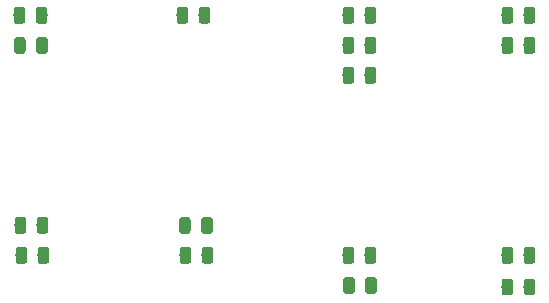
<source format=gbr>
G04 #@! TF.GenerationSoftware,KiCad,Pcbnew,5.0.2+dfsg1-1~bpo9+1*
G04 #@! TF.CreationDate,2019-10-18T00:12:00+01:00*
G04 #@! TF.ProjectId,Sigrok-sniffer,53696772-6f6b-42d7-936e-69666665722e,rev?*
G04 #@! TF.SameCoordinates,Original*
G04 #@! TF.FileFunction,Paste,Top*
G04 #@! TF.FilePolarity,Positive*
%FSLAX46Y46*%
G04 Gerber Fmt 4.6, Leading zero omitted, Abs format (unit mm)*
G04 Created by KiCad (PCBNEW 5.0.2+dfsg1-1~bpo9+1) date Fri 18 Oct 2019 00:12:00 BST*
%MOMM*%
%LPD*%
G01*
G04 APERTURE LIST*
%ADD10C,0.100000*%
%ADD11C,0.975000*%
G04 APERTURE END LIST*
D10*
G04 #@! TO.C,R1*
G36*
X126124642Y-71691174D02*
X126148303Y-71694684D01*
X126171507Y-71700496D01*
X126194029Y-71708554D01*
X126215653Y-71718782D01*
X126236170Y-71731079D01*
X126255383Y-71745329D01*
X126273107Y-71761393D01*
X126289171Y-71779117D01*
X126303421Y-71798330D01*
X126315718Y-71818847D01*
X126325946Y-71840471D01*
X126334004Y-71862993D01*
X126339816Y-71886197D01*
X126343326Y-71909858D01*
X126344500Y-71933750D01*
X126344500Y-72846250D01*
X126343326Y-72870142D01*
X126339816Y-72893803D01*
X126334004Y-72917007D01*
X126325946Y-72939529D01*
X126315718Y-72961153D01*
X126303421Y-72981670D01*
X126289171Y-73000883D01*
X126273107Y-73018607D01*
X126255383Y-73034671D01*
X126236170Y-73048921D01*
X126215653Y-73061218D01*
X126194029Y-73071446D01*
X126171507Y-73079504D01*
X126148303Y-73085316D01*
X126124642Y-73088826D01*
X126100750Y-73090000D01*
X125613250Y-73090000D01*
X125589358Y-73088826D01*
X125565697Y-73085316D01*
X125542493Y-73079504D01*
X125519971Y-73071446D01*
X125498347Y-73061218D01*
X125477830Y-73048921D01*
X125458617Y-73034671D01*
X125440893Y-73018607D01*
X125424829Y-73000883D01*
X125410579Y-72981670D01*
X125398282Y-72961153D01*
X125388054Y-72939529D01*
X125379996Y-72917007D01*
X125374184Y-72893803D01*
X125370674Y-72870142D01*
X125369500Y-72846250D01*
X125369500Y-71933750D01*
X125370674Y-71909858D01*
X125374184Y-71886197D01*
X125379996Y-71862993D01*
X125388054Y-71840471D01*
X125398282Y-71818847D01*
X125410579Y-71798330D01*
X125424829Y-71779117D01*
X125440893Y-71761393D01*
X125458617Y-71745329D01*
X125477830Y-71731079D01*
X125498347Y-71718782D01*
X125519971Y-71708554D01*
X125542493Y-71700496D01*
X125565697Y-71694684D01*
X125589358Y-71691174D01*
X125613250Y-71690000D01*
X126100750Y-71690000D01*
X126124642Y-71691174D01*
X126124642Y-71691174D01*
G37*
D11*
X125857000Y-72390000D03*
D10*
G36*
X127999642Y-71691174D02*
X128023303Y-71694684D01*
X128046507Y-71700496D01*
X128069029Y-71708554D01*
X128090653Y-71718782D01*
X128111170Y-71731079D01*
X128130383Y-71745329D01*
X128148107Y-71761393D01*
X128164171Y-71779117D01*
X128178421Y-71798330D01*
X128190718Y-71818847D01*
X128200946Y-71840471D01*
X128209004Y-71862993D01*
X128214816Y-71886197D01*
X128218326Y-71909858D01*
X128219500Y-71933750D01*
X128219500Y-72846250D01*
X128218326Y-72870142D01*
X128214816Y-72893803D01*
X128209004Y-72917007D01*
X128200946Y-72939529D01*
X128190718Y-72961153D01*
X128178421Y-72981670D01*
X128164171Y-73000883D01*
X128148107Y-73018607D01*
X128130383Y-73034671D01*
X128111170Y-73048921D01*
X128090653Y-73061218D01*
X128069029Y-73071446D01*
X128046507Y-73079504D01*
X128023303Y-73085316D01*
X127999642Y-73088826D01*
X127975750Y-73090000D01*
X127488250Y-73090000D01*
X127464358Y-73088826D01*
X127440697Y-73085316D01*
X127417493Y-73079504D01*
X127394971Y-73071446D01*
X127373347Y-73061218D01*
X127352830Y-73048921D01*
X127333617Y-73034671D01*
X127315893Y-73018607D01*
X127299829Y-73000883D01*
X127285579Y-72981670D01*
X127273282Y-72961153D01*
X127263054Y-72939529D01*
X127254996Y-72917007D01*
X127249184Y-72893803D01*
X127245674Y-72870142D01*
X127244500Y-72846250D01*
X127244500Y-71933750D01*
X127245674Y-71909858D01*
X127249184Y-71886197D01*
X127254996Y-71862993D01*
X127263054Y-71840471D01*
X127273282Y-71818847D01*
X127285579Y-71798330D01*
X127299829Y-71779117D01*
X127315893Y-71761393D01*
X127333617Y-71745329D01*
X127352830Y-71731079D01*
X127373347Y-71718782D01*
X127394971Y-71708554D01*
X127417493Y-71700496D01*
X127440697Y-71694684D01*
X127464358Y-71691174D01*
X127488250Y-71690000D01*
X127975750Y-71690000D01*
X127999642Y-71691174D01*
X127999642Y-71691174D01*
G37*
D11*
X127732000Y-72390000D03*
G04 #@! TD*
D10*
G04 #@! TO.C,R2*
G36*
X128029642Y-74231174D02*
X128053303Y-74234684D01*
X128076507Y-74240496D01*
X128099029Y-74248554D01*
X128120653Y-74258782D01*
X128141170Y-74271079D01*
X128160383Y-74285329D01*
X128178107Y-74301393D01*
X128194171Y-74319117D01*
X128208421Y-74338330D01*
X128220718Y-74358847D01*
X128230946Y-74380471D01*
X128239004Y-74402993D01*
X128244816Y-74426197D01*
X128248326Y-74449858D01*
X128249500Y-74473750D01*
X128249500Y-75386250D01*
X128248326Y-75410142D01*
X128244816Y-75433803D01*
X128239004Y-75457007D01*
X128230946Y-75479529D01*
X128220718Y-75501153D01*
X128208421Y-75521670D01*
X128194171Y-75540883D01*
X128178107Y-75558607D01*
X128160383Y-75574671D01*
X128141170Y-75588921D01*
X128120653Y-75601218D01*
X128099029Y-75611446D01*
X128076507Y-75619504D01*
X128053303Y-75625316D01*
X128029642Y-75628826D01*
X128005750Y-75630000D01*
X127518250Y-75630000D01*
X127494358Y-75628826D01*
X127470697Y-75625316D01*
X127447493Y-75619504D01*
X127424971Y-75611446D01*
X127403347Y-75601218D01*
X127382830Y-75588921D01*
X127363617Y-75574671D01*
X127345893Y-75558607D01*
X127329829Y-75540883D01*
X127315579Y-75521670D01*
X127303282Y-75501153D01*
X127293054Y-75479529D01*
X127284996Y-75457007D01*
X127279184Y-75433803D01*
X127275674Y-75410142D01*
X127274500Y-75386250D01*
X127274500Y-74473750D01*
X127275674Y-74449858D01*
X127279184Y-74426197D01*
X127284996Y-74402993D01*
X127293054Y-74380471D01*
X127303282Y-74358847D01*
X127315579Y-74338330D01*
X127329829Y-74319117D01*
X127345893Y-74301393D01*
X127363617Y-74285329D01*
X127382830Y-74271079D01*
X127403347Y-74258782D01*
X127424971Y-74248554D01*
X127447493Y-74240496D01*
X127470697Y-74234684D01*
X127494358Y-74231174D01*
X127518250Y-74230000D01*
X128005750Y-74230000D01*
X128029642Y-74231174D01*
X128029642Y-74231174D01*
G37*
D11*
X127762000Y-74930000D03*
D10*
G36*
X126154642Y-74231174D02*
X126178303Y-74234684D01*
X126201507Y-74240496D01*
X126224029Y-74248554D01*
X126245653Y-74258782D01*
X126266170Y-74271079D01*
X126285383Y-74285329D01*
X126303107Y-74301393D01*
X126319171Y-74319117D01*
X126333421Y-74338330D01*
X126345718Y-74358847D01*
X126355946Y-74380471D01*
X126364004Y-74402993D01*
X126369816Y-74426197D01*
X126373326Y-74449858D01*
X126374500Y-74473750D01*
X126374500Y-75386250D01*
X126373326Y-75410142D01*
X126369816Y-75433803D01*
X126364004Y-75457007D01*
X126355946Y-75479529D01*
X126345718Y-75501153D01*
X126333421Y-75521670D01*
X126319171Y-75540883D01*
X126303107Y-75558607D01*
X126285383Y-75574671D01*
X126266170Y-75588921D01*
X126245653Y-75601218D01*
X126224029Y-75611446D01*
X126201507Y-75619504D01*
X126178303Y-75625316D01*
X126154642Y-75628826D01*
X126130750Y-75630000D01*
X125643250Y-75630000D01*
X125619358Y-75628826D01*
X125595697Y-75625316D01*
X125572493Y-75619504D01*
X125549971Y-75611446D01*
X125528347Y-75601218D01*
X125507830Y-75588921D01*
X125488617Y-75574671D01*
X125470893Y-75558607D01*
X125454829Y-75540883D01*
X125440579Y-75521670D01*
X125428282Y-75501153D01*
X125418054Y-75479529D01*
X125409996Y-75457007D01*
X125404184Y-75433803D01*
X125400674Y-75410142D01*
X125399500Y-75386250D01*
X125399500Y-74473750D01*
X125400674Y-74449858D01*
X125404184Y-74426197D01*
X125409996Y-74402993D01*
X125418054Y-74380471D01*
X125428282Y-74358847D01*
X125440579Y-74338330D01*
X125454829Y-74319117D01*
X125470893Y-74301393D01*
X125488617Y-74285329D01*
X125507830Y-74271079D01*
X125528347Y-74258782D01*
X125549971Y-74248554D01*
X125572493Y-74240496D01*
X125595697Y-74234684D01*
X125619358Y-74231174D01*
X125643250Y-74230000D01*
X126130750Y-74230000D01*
X126154642Y-74231174D01*
X126154642Y-74231174D01*
G37*
D11*
X125887000Y-74930000D03*
G04 #@! TD*
D10*
G04 #@! TO.C,R3*
G36*
X128078142Y-89471174D02*
X128101803Y-89474684D01*
X128125007Y-89480496D01*
X128147529Y-89488554D01*
X128169153Y-89498782D01*
X128189670Y-89511079D01*
X128208883Y-89525329D01*
X128226607Y-89541393D01*
X128242671Y-89559117D01*
X128256921Y-89578330D01*
X128269218Y-89598847D01*
X128279446Y-89620471D01*
X128287504Y-89642993D01*
X128293316Y-89666197D01*
X128296826Y-89689858D01*
X128298000Y-89713750D01*
X128298000Y-90626250D01*
X128296826Y-90650142D01*
X128293316Y-90673803D01*
X128287504Y-90697007D01*
X128279446Y-90719529D01*
X128269218Y-90741153D01*
X128256921Y-90761670D01*
X128242671Y-90780883D01*
X128226607Y-90798607D01*
X128208883Y-90814671D01*
X128189670Y-90828921D01*
X128169153Y-90841218D01*
X128147529Y-90851446D01*
X128125007Y-90859504D01*
X128101803Y-90865316D01*
X128078142Y-90868826D01*
X128054250Y-90870000D01*
X127566750Y-90870000D01*
X127542858Y-90868826D01*
X127519197Y-90865316D01*
X127495993Y-90859504D01*
X127473471Y-90851446D01*
X127451847Y-90841218D01*
X127431330Y-90828921D01*
X127412117Y-90814671D01*
X127394393Y-90798607D01*
X127378329Y-90780883D01*
X127364079Y-90761670D01*
X127351782Y-90741153D01*
X127341554Y-90719529D01*
X127333496Y-90697007D01*
X127327684Y-90673803D01*
X127324174Y-90650142D01*
X127323000Y-90626250D01*
X127323000Y-89713750D01*
X127324174Y-89689858D01*
X127327684Y-89666197D01*
X127333496Y-89642993D01*
X127341554Y-89620471D01*
X127351782Y-89598847D01*
X127364079Y-89578330D01*
X127378329Y-89559117D01*
X127394393Y-89541393D01*
X127412117Y-89525329D01*
X127431330Y-89511079D01*
X127451847Y-89498782D01*
X127473471Y-89488554D01*
X127495993Y-89480496D01*
X127519197Y-89474684D01*
X127542858Y-89471174D01*
X127566750Y-89470000D01*
X128054250Y-89470000D01*
X128078142Y-89471174D01*
X128078142Y-89471174D01*
G37*
D11*
X127810500Y-90170000D03*
D10*
G36*
X126203142Y-89471174D02*
X126226803Y-89474684D01*
X126250007Y-89480496D01*
X126272529Y-89488554D01*
X126294153Y-89498782D01*
X126314670Y-89511079D01*
X126333883Y-89525329D01*
X126351607Y-89541393D01*
X126367671Y-89559117D01*
X126381921Y-89578330D01*
X126394218Y-89598847D01*
X126404446Y-89620471D01*
X126412504Y-89642993D01*
X126418316Y-89666197D01*
X126421826Y-89689858D01*
X126423000Y-89713750D01*
X126423000Y-90626250D01*
X126421826Y-90650142D01*
X126418316Y-90673803D01*
X126412504Y-90697007D01*
X126404446Y-90719529D01*
X126394218Y-90741153D01*
X126381921Y-90761670D01*
X126367671Y-90780883D01*
X126351607Y-90798607D01*
X126333883Y-90814671D01*
X126314670Y-90828921D01*
X126294153Y-90841218D01*
X126272529Y-90851446D01*
X126250007Y-90859504D01*
X126226803Y-90865316D01*
X126203142Y-90868826D01*
X126179250Y-90870000D01*
X125691750Y-90870000D01*
X125667858Y-90868826D01*
X125644197Y-90865316D01*
X125620993Y-90859504D01*
X125598471Y-90851446D01*
X125576847Y-90841218D01*
X125556330Y-90828921D01*
X125537117Y-90814671D01*
X125519393Y-90798607D01*
X125503329Y-90780883D01*
X125489079Y-90761670D01*
X125476782Y-90741153D01*
X125466554Y-90719529D01*
X125458496Y-90697007D01*
X125452684Y-90673803D01*
X125449174Y-90650142D01*
X125448000Y-90626250D01*
X125448000Y-89713750D01*
X125449174Y-89689858D01*
X125452684Y-89666197D01*
X125458496Y-89642993D01*
X125466554Y-89620471D01*
X125476782Y-89598847D01*
X125489079Y-89578330D01*
X125503329Y-89559117D01*
X125519393Y-89541393D01*
X125537117Y-89525329D01*
X125556330Y-89511079D01*
X125576847Y-89498782D01*
X125598471Y-89488554D01*
X125620993Y-89480496D01*
X125644197Y-89474684D01*
X125667858Y-89471174D01*
X125691750Y-89470000D01*
X126179250Y-89470000D01*
X126203142Y-89471174D01*
X126203142Y-89471174D01*
G37*
D11*
X125935500Y-90170000D03*
G04 #@! TD*
D10*
G04 #@! TO.C,R4*
G36*
X126281642Y-92011174D02*
X126305303Y-92014684D01*
X126328507Y-92020496D01*
X126351029Y-92028554D01*
X126372653Y-92038782D01*
X126393170Y-92051079D01*
X126412383Y-92065329D01*
X126430107Y-92081393D01*
X126446171Y-92099117D01*
X126460421Y-92118330D01*
X126472718Y-92138847D01*
X126482946Y-92160471D01*
X126491004Y-92182993D01*
X126496816Y-92206197D01*
X126500326Y-92229858D01*
X126501500Y-92253750D01*
X126501500Y-93166250D01*
X126500326Y-93190142D01*
X126496816Y-93213803D01*
X126491004Y-93237007D01*
X126482946Y-93259529D01*
X126472718Y-93281153D01*
X126460421Y-93301670D01*
X126446171Y-93320883D01*
X126430107Y-93338607D01*
X126412383Y-93354671D01*
X126393170Y-93368921D01*
X126372653Y-93381218D01*
X126351029Y-93391446D01*
X126328507Y-93399504D01*
X126305303Y-93405316D01*
X126281642Y-93408826D01*
X126257750Y-93410000D01*
X125770250Y-93410000D01*
X125746358Y-93408826D01*
X125722697Y-93405316D01*
X125699493Y-93399504D01*
X125676971Y-93391446D01*
X125655347Y-93381218D01*
X125634830Y-93368921D01*
X125615617Y-93354671D01*
X125597893Y-93338607D01*
X125581829Y-93320883D01*
X125567579Y-93301670D01*
X125555282Y-93281153D01*
X125545054Y-93259529D01*
X125536996Y-93237007D01*
X125531184Y-93213803D01*
X125527674Y-93190142D01*
X125526500Y-93166250D01*
X125526500Y-92253750D01*
X125527674Y-92229858D01*
X125531184Y-92206197D01*
X125536996Y-92182993D01*
X125545054Y-92160471D01*
X125555282Y-92138847D01*
X125567579Y-92118330D01*
X125581829Y-92099117D01*
X125597893Y-92081393D01*
X125615617Y-92065329D01*
X125634830Y-92051079D01*
X125655347Y-92038782D01*
X125676971Y-92028554D01*
X125699493Y-92020496D01*
X125722697Y-92014684D01*
X125746358Y-92011174D01*
X125770250Y-92010000D01*
X126257750Y-92010000D01*
X126281642Y-92011174D01*
X126281642Y-92011174D01*
G37*
D11*
X126014000Y-92710000D03*
D10*
G36*
X128156642Y-92011174D02*
X128180303Y-92014684D01*
X128203507Y-92020496D01*
X128226029Y-92028554D01*
X128247653Y-92038782D01*
X128268170Y-92051079D01*
X128287383Y-92065329D01*
X128305107Y-92081393D01*
X128321171Y-92099117D01*
X128335421Y-92118330D01*
X128347718Y-92138847D01*
X128357946Y-92160471D01*
X128366004Y-92182993D01*
X128371816Y-92206197D01*
X128375326Y-92229858D01*
X128376500Y-92253750D01*
X128376500Y-93166250D01*
X128375326Y-93190142D01*
X128371816Y-93213803D01*
X128366004Y-93237007D01*
X128357946Y-93259529D01*
X128347718Y-93281153D01*
X128335421Y-93301670D01*
X128321171Y-93320883D01*
X128305107Y-93338607D01*
X128287383Y-93354671D01*
X128268170Y-93368921D01*
X128247653Y-93381218D01*
X128226029Y-93391446D01*
X128203507Y-93399504D01*
X128180303Y-93405316D01*
X128156642Y-93408826D01*
X128132750Y-93410000D01*
X127645250Y-93410000D01*
X127621358Y-93408826D01*
X127597697Y-93405316D01*
X127574493Y-93399504D01*
X127551971Y-93391446D01*
X127530347Y-93381218D01*
X127509830Y-93368921D01*
X127490617Y-93354671D01*
X127472893Y-93338607D01*
X127456829Y-93320883D01*
X127442579Y-93301670D01*
X127430282Y-93281153D01*
X127420054Y-93259529D01*
X127411996Y-93237007D01*
X127406184Y-93213803D01*
X127402674Y-93190142D01*
X127401500Y-93166250D01*
X127401500Y-92253750D01*
X127402674Y-92229858D01*
X127406184Y-92206197D01*
X127411996Y-92182993D01*
X127420054Y-92160471D01*
X127430282Y-92138847D01*
X127442579Y-92118330D01*
X127456829Y-92099117D01*
X127472893Y-92081393D01*
X127490617Y-92065329D01*
X127509830Y-92051079D01*
X127530347Y-92038782D01*
X127551971Y-92028554D01*
X127574493Y-92020496D01*
X127597697Y-92014684D01*
X127621358Y-92011174D01*
X127645250Y-92010000D01*
X128132750Y-92010000D01*
X128156642Y-92011174D01*
X128156642Y-92011174D01*
G37*
D11*
X127889000Y-92710000D03*
G04 #@! TD*
D10*
G04 #@! TO.C,R5*
G36*
X140173142Y-92011174D02*
X140196803Y-92014684D01*
X140220007Y-92020496D01*
X140242529Y-92028554D01*
X140264153Y-92038782D01*
X140284670Y-92051079D01*
X140303883Y-92065329D01*
X140321607Y-92081393D01*
X140337671Y-92099117D01*
X140351921Y-92118330D01*
X140364218Y-92138847D01*
X140374446Y-92160471D01*
X140382504Y-92182993D01*
X140388316Y-92206197D01*
X140391826Y-92229858D01*
X140393000Y-92253750D01*
X140393000Y-93166250D01*
X140391826Y-93190142D01*
X140388316Y-93213803D01*
X140382504Y-93237007D01*
X140374446Y-93259529D01*
X140364218Y-93281153D01*
X140351921Y-93301670D01*
X140337671Y-93320883D01*
X140321607Y-93338607D01*
X140303883Y-93354671D01*
X140284670Y-93368921D01*
X140264153Y-93381218D01*
X140242529Y-93391446D01*
X140220007Y-93399504D01*
X140196803Y-93405316D01*
X140173142Y-93408826D01*
X140149250Y-93410000D01*
X139661750Y-93410000D01*
X139637858Y-93408826D01*
X139614197Y-93405316D01*
X139590993Y-93399504D01*
X139568471Y-93391446D01*
X139546847Y-93381218D01*
X139526330Y-93368921D01*
X139507117Y-93354671D01*
X139489393Y-93338607D01*
X139473329Y-93320883D01*
X139459079Y-93301670D01*
X139446782Y-93281153D01*
X139436554Y-93259529D01*
X139428496Y-93237007D01*
X139422684Y-93213803D01*
X139419174Y-93190142D01*
X139418000Y-93166250D01*
X139418000Y-92253750D01*
X139419174Y-92229858D01*
X139422684Y-92206197D01*
X139428496Y-92182993D01*
X139436554Y-92160471D01*
X139446782Y-92138847D01*
X139459079Y-92118330D01*
X139473329Y-92099117D01*
X139489393Y-92081393D01*
X139507117Y-92065329D01*
X139526330Y-92051079D01*
X139546847Y-92038782D01*
X139568471Y-92028554D01*
X139590993Y-92020496D01*
X139614197Y-92014684D01*
X139637858Y-92011174D01*
X139661750Y-92010000D01*
X140149250Y-92010000D01*
X140173142Y-92011174D01*
X140173142Y-92011174D01*
G37*
D11*
X139905500Y-92710000D03*
D10*
G36*
X142048142Y-92011174D02*
X142071803Y-92014684D01*
X142095007Y-92020496D01*
X142117529Y-92028554D01*
X142139153Y-92038782D01*
X142159670Y-92051079D01*
X142178883Y-92065329D01*
X142196607Y-92081393D01*
X142212671Y-92099117D01*
X142226921Y-92118330D01*
X142239218Y-92138847D01*
X142249446Y-92160471D01*
X142257504Y-92182993D01*
X142263316Y-92206197D01*
X142266826Y-92229858D01*
X142268000Y-92253750D01*
X142268000Y-93166250D01*
X142266826Y-93190142D01*
X142263316Y-93213803D01*
X142257504Y-93237007D01*
X142249446Y-93259529D01*
X142239218Y-93281153D01*
X142226921Y-93301670D01*
X142212671Y-93320883D01*
X142196607Y-93338607D01*
X142178883Y-93354671D01*
X142159670Y-93368921D01*
X142139153Y-93381218D01*
X142117529Y-93391446D01*
X142095007Y-93399504D01*
X142071803Y-93405316D01*
X142048142Y-93408826D01*
X142024250Y-93410000D01*
X141536750Y-93410000D01*
X141512858Y-93408826D01*
X141489197Y-93405316D01*
X141465993Y-93399504D01*
X141443471Y-93391446D01*
X141421847Y-93381218D01*
X141401330Y-93368921D01*
X141382117Y-93354671D01*
X141364393Y-93338607D01*
X141348329Y-93320883D01*
X141334079Y-93301670D01*
X141321782Y-93281153D01*
X141311554Y-93259529D01*
X141303496Y-93237007D01*
X141297684Y-93213803D01*
X141294174Y-93190142D01*
X141293000Y-93166250D01*
X141293000Y-92253750D01*
X141294174Y-92229858D01*
X141297684Y-92206197D01*
X141303496Y-92182993D01*
X141311554Y-92160471D01*
X141321782Y-92138847D01*
X141334079Y-92118330D01*
X141348329Y-92099117D01*
X141364393Y-92081393D01*
X141382117Y-92065329D01*
X141401330Y-92051079D01*
X141421847Y-92038782D01*
X141443471Y-92028554D01*
X141465993Y-92020496D01*
X141489197Y-92014684D01*
X141512858Y-92011174D01*
X141536750Y-92010000D01*
X142024250Y-92010000D01*
X142048142Y-92011174D01*
X142048142Y-92011174D01*
G37*
D11*
X141780500Y-92710000D03*
G04 #@! TD*
D10*
G04 #@! TO.C,R6*
G36*
X141999642Y-89471174D02*
X142023303Y-89474684D01*
X142046507Y-89480496D01*
X142069029Y-89488554D01*
X142090653Y-89498782D01*
X142111170Y-89511079D01*
X142130383Y-89525329D01*
X142148107Y-89541393D01*
X142164171Y-89559117D01*
X142178421Y-89578330D01*
X142190718Y-89598847D01*
X142200946Y-89620471D01*
X142209004Y-89642993D01*
X142214816Y-89666197D01*
X142218326Y-89689858D01*
X142219500Y-89713750D01*
X142219500Y-90626250D01*
X142218326Y-90650142D01*
X142214816Y-90673803D01*
X142209004Y-90697007D01*
X142200946Y-90719529D01*
X142190718Y-90741153D01*
X142178421Y-90761670D01*
X142164171Y-90780883D01*
X142148107Y-90798607D01*
X142130383Y-90814671D01*
X142111170Y-90828921D01*
X142090653Y-90841218D01*
X142069029Y-90851446D01*
X142046507Y-90859504D01*
X142023303Y-90865316D01*
X141999642Y-90868826D01*
X141975750Y-90870000D01*
X141488250Y-90870000D01*
X141464358Y-90868826D01*
X141440697Y-90865316D01*
X141417493Y-90859504D01*
X141394971Y-90851446D01*
X141373347Y-90841218D01*
X141352830Y-90828921D01*
X141333617Y-90814671D01*
X141315893Y-90798607D01*
X141299829Y-90780883D01*
X141285579Y-90761670D01*
X141273282Y-90741153D01*
X141263054Y-90719529D01*
X141254996Y-90697007D01*
X141249184Y-90673803D01*
X141245674Y-90650142D01*
X141244500Y-90626250D01*
X141244500Y-89713750D01*
X141245674Y-89689858D01*
X141249184Y-89666197D01*
X141254996Y-89642993D01*
X141263054Y-89620471D01*
X141273282Y-89598847D01*
X141285579Y-89578330D01*
X141299829Y-89559117D01*
X141315893Y-89541393D01*
X141333617Y-89525329D01*
X141352830Y-89511079D01*
X141373347Y-89498782D01*
X141394971Y-89488554D01*
X141417493Y-89480496D01*
X141440697Y-89474684D01*
X141464358Y-89471174D01*
X141488250Y-89470000D01*
X141975750Y-89470000D01*
X141999642Y-89471174D01*
X141999642Y-89471174D01*
G37*
D11*
X141732000Y-90170000D03*
D10*
G36*
X140124642Y-89471174D02*
X140148303Y-89474684D01*
X140171507Y-89480496D01*
X140194029Y-89488554D01*
X140215653Y-89498782D01*
X140236170Y-89511079D01*
X140255383Y-89525329D01*
X140273107Y-89541393D01*
X140289171Y-89559117D01*
X140303421Y-89578330D01*
X140315718Y-89598847D01*
X140325946Y-89620471D01*
X140334004Y-89642993D01*
X140339816Y-89666197D01*
X140343326Y-89689858D01*
X140344500Y-89713750D01*
X140344500Y-90626250D01*
X140343326Y-90650142D01*
X140339816Y-90673803D01*
X140334004Y-90697007D01*
X140325946Y-90719529D01*
X140315718Y-90741153D01*
X140303421Y-90761670D01*
X140289171Y-90780883D01*
X140273107Y-90798607D01*
X140255383Y-90814671D01*
X140236170Y-90828921D01*
X140215653Y-90841218D01*
X140194029Y-90851446D01*
X140171507Y-90859504D01*
X140148303Y-90865316D01*
X140124642Y-90868826D01*
X140100750Y-90870000D01*
X139613250Y-90870000D01*
X139589358Y-90868826D01*
X139565697Y-90865316D01*
X139542493Y-90859504D01*
X139519971Y-90851446D01*
X139498347Y-90841218D01*
X139477830Y-90828921D01*
X139458617Y-90814671D01*
X139440893Y-90798607D01*
X139424829Y-90780883D01*
X139410579Y-90761670D01*
X139398282Y-90741153D01*
X139388054Y-90719529D01*
X139379996Y-90697007D01*
X139374184Y-90673803D01*
X139370674Y-90650142D01*
X139369500Y-90626250D01*
X139369500Y-89713750D01*
X139370674Y-89689858D01*
X139374184Y-89666197D01*
X139379996Y-89642993D01*
X139388054Y-89620471D01*
X139398282Y-89598847D01*
X139410579Y-89578330D01*
X139424829Y-89559117D01*
X139440893Y-89541393D01*
X139458617Y-89525329D01*
X139477830Y-89511079D01*
X139498347Y-89498782D01*
X139519971Y-89488554D01*
X139542493Y-89480496D01*
X139565697Y-89474684D01*
X139589358Y-89471174D01*
X139613250Y-89470000D01*
X140100750Y-89470000D01*
X140124642Y-89471174D01*
X140124642Y-89471174D01*
G37*
D11*
X139857000Y-90170000D03*
G04 #@! TD*
D10*
G04 #@! TO.C,R7*
G36*
X139919142Y-71691174D02*
X139942803Y-71694684D01*
X139966007Y-71700496D01*
X139988529Y-71708554D01*
X140010153Y-71718782D01*
X140030670Y-71731079D01*
X140049883Y-71745329D01*
X140067607Y-71761393D01*
X140083671Y-71779117D01*
X140097921Y-71798330D01*
X140110218Y-71818847D01*
X140120446Y-71840471D01*
X140128504Y-71862993D01*
X140134316Y-71886197D01*
X140137826Y-71909858D01*
X140139000Y-71933750D01*
X140139000Y-72846250D01*
X140137826Y-72870142D01*
X140134316Y-72893803D01*
X140128504Y-72917007D01*
X140120446Y-72939529D01*
X140110218Y-72961153D01*
X140097921Y-72981670D01*
X140083671Y-73000883D01*
X140067607Y-73018607D01*
X140049883Y-73034671D01*
X140030670Y-73048921D01*
X140010153Y-73061218D01*
X139988529Y-73071446D01*
X139966007Y-73079504D01*
X139942803Y-73085316D01*
X139919142Y-73088826D01*
X139895250Y-73090000D01*
X139407750Y-73090000D01*
X139383858Y-73088826D01*
X139360197Y-73085316D01*
X139336993Y-73079504D01*
X139314471Y-73071446D01*
X139292847Y-73061218D01*
X139272330Y-73048921D01*
X139253117Y-73034671D01*
X139235393Y-73018607D01*
X139219329Y-73000883D01*
X139205079Y-72981670D01*
X139192782Y-72961153D01*
X139182554Y-72939529D01*
X139174496Y-72917007D01*
X139168684Y-72893803D01*
X139165174Y-72870142D01*
X139164000Y-72846250D01*
X139164000Y-71933750D01*
X139165174Y-71909858D01*
X139168684Y-71886197D01*
X139174496Y-71862993D01*
X139182554Y-71840471D01*
X139192782Y-71818847D01*
X139205079Y-71798330D01*
X139219329Y-71779117D01*
X139235393Y-71761393D01*
X139253117Y-71745329D01*
X139272330Y-71731079D01*
X139292847Y-71718782D01*
X139314471Y-71708554D01*
X139336993Y-71700496D01*
X139360197Y-71694684D01*
X139383858Y-71691174D01*
X139407750Y-71690000D01*
X139895250Y-71690000D01*
X139919142Y-71691174D01*
X139919142Y-71691174D01*
G37*
D11*
X139651500Y-72390000D03*
D10*
G36*
X141794142Y-71691174D02*
X141817803Y-71694684D01*
X141841007Y-71700496D01*
X141863529Y-71708554D01*
X141885153Y-71718782D01*
X141905670Y-71731079D01*
X141924883Y-71745329D01*
X141942607Y-71761393D01*
X141958671Y-71779117D01*
X141972921Y-71798330D01*
X141985218Y-71818847D01*
X141995446Y-71840471D01*
X142003504Y-71862993D01*
X142009316Y-71886197D01*
X142012826Y-71909858D01*
X142014000Y-71933750D01*
X142014000Y-72846250D01*
X142012826Y-72870142D01*
X142009316Y-72893803D01*
X142003504Y-72917007D01*
X141995446Y-72939529D01*
X141985218Y-72961153D01*
X141972921Y-72981670D01*
X141958671Y-73000883D01*
X141942607Y-73018607D01*
X141924883Y-73034671D01*
X141905670Y-73048921D01*
X141885153Y-73061218D01*
X141863529Y-73071446D01*
X141841007Y-73079504D01*
X141817803Y-73085316D01*
X141794142Y-73088826D01*
X141770250Y-73090000D01*
X141282750Y-73090000D01*
X141258858Y-73088826D01*
X141235197Y-73085316D01*
X141211993Y-73079504D01*
X141189471Y-73071446D01*
X141167847Y-73061218D01*
X141147330Y-73048921D01*
X141128117Y-73034671D01*
X141110393Y-73018607D01*
X141094329Y-73000883D01*
X141080079Y-72981670D01*
X141067782Y-72961153D01*
X141057554Y-72939529D01*
X141049496Y-72917007D01*
X141043684Y-72893803D01*
X141040174Y-72870142D01*
X141039000Y-72846250D01*
X141039000Y-71933750D01*
X141040174Y-71909858D01*
X141043684Y-71886197D01*
X141049496Y-71862993D01*
X141057554Y-71840471D01*
X141067782Y-71818847D01*
X141080079Y-71798330D01*
X141094329Y-71779117D01*
X141110393Y-71761393D01*
X141128117Y-71745329D01*
X141147330Y-71731079D01*
X141167847Y-71718782D01*
X141189471Y-71708554D01*
X141211993Y-71700496D01*
X141235197Y-71694684D01*
X141258858Y-71691174D01*
X141282750Y-71690000D01*
X141770250Y-71690000D01*
X141794142Y-71691174D01*
X141794142Y-71691174D01*
G37*
D11*
X141526500Y-72390000D03*
G04 #@! TD*
D10*
G04 #@! TO.C,R8*
G36*
X153967642Y-71691174D02*
X153991303Y-71694684D01*
X154014507Y-71700496D01*
X154037029Y-71708554D01*
X154058653Y-71718782D01*
X154079170Y-71731079D01*
X154098383Y-71745329D01*
X154116107Y-71761393D01*
X154132171Y-71779117D01*
X154146421Y-71798330D01*
X154158718Y-71818847D01*
X154168946Y-71840471D01*
X154177004Y-71862993D01*
X154182816Y-71886197D01*
X154186326Y-71909858D01*
X154187500Y-71933750D01*
X154187500Y-72846250D01*
X154186326Y-72870142D01*
X154182816Y-72893803D01*
X154177004Y-72917007D01*
X154168946Y-72939529D01*
X154158718Y-72961153D01*
X154146421Y-72981670D01*
X154132171Y-73000883D01*
X154116107Y-73018607D01*
X154098383Y-73034671D01*
X154079170Y-73048921D01*
X154058653Y-73061218D01*
X154037029Y-73071446D01*
X154014507Y-73079504D01*
X153991303Y-73085316D01*
X153967642Y-73088826D01*
X153943750Y-73090000D01*
X153456250Y-73090000D01*
X153432358Y-73088826D01*
X153408697Y-73085316D01*
X153385493Y-73079504D01*
X153362971Y-73071446D01*
X153341347Y-73061218D01*
X153320830Y-73048921D01*
X153301617Y-73034671D01*
X153283893Y-73018607D01*
X153267829Y-73000883D01*
X153253579Y-72981670D01*
X153241282Y-72961153D01*
X153231054Y-72939529D01*
X153222996Y-72917007D01*
X153217184Y-72893803D01*
X153213674Y-72870142D01*
X153212500Y-72846250D01*
X153212500Y-71933750D01*
X153213674Y-71909858D01*
X153217184Y-71886197D01*
X153222996Y-71862993D01*
X153231054Y-71840471D01*
X153241282Y-71818847D01*
X153253579Y-71798330D01*
X153267829Y-71779117D01*
X153283893Y-71761393D01*
X153301617Y-71745329D01*
X153320830Y-71731079D01*
X153341347Y-71718782D01*
X153362971Y-71708554D01*
X153385493Y-71700496D01*
X153408697Y-71694684D01*
X153432358Y-71691174D01*
X153456250Y-71690000D01*
X153943750Y-71690000D01*
X153967642Y-71691174D01*
X153967642Y-71691174D01*
G37*
D11*
X153700000Y-72390000D03*
D10*
G36*
X155842642Y-71691174D02*
X155866303Y-71694684D01*
X155889507Y-71700496D01*
X155912029Y-71708554D01*
X155933653Y-71718782D01*
X155954170Y-71731079D01*
X155973383Y-71745329D01*
X155991107Y-71761393D01*
X156007171Y-71779117D01*
X156021421Y-71798330D01*
X156033718Y-71818847D01*
X156043946Y-71840471D01*
X156052004Y-71862993D01*
X156057816Y-71886197D01*
X156061326Y-71909858D01*
X156062500Y-71933750D01*
X156062500Y-72846250D01*
X156061326Y-72870142D01*
X156057816Y-72893803D01*
X156052004Y-72917007D01*
X156043946Y-72939529D01*
X156033718Y-72961153D01*
X156021421Y-72981670D01*
X156007171Y-73000883D01*
X155991107Y-73018607D01*
X155973383Y-73034671D01*
X155954170Y-73048921D01*
X155933653Y-73061218D01*
X155912029Y-73071446D01*
X155889507Y-73079504D01*
X155866303Y-73085316D01*
X155842642Y-73088826D01*
X155818750Y-73090000D01*
X155331250Y-73090000D01*
X155307358Y-73088826D01*
X155283697Y-73085316D01*
X155260493Y-73079504D01*
X155237971Y-73071446D01*
X155216347Y-73061218D01*
X155195830Y-73048921D01*
X155176617Y-73034671D01*
X155158893Y-73018607D01*
X155142829Y-73000883D01*
X155128579Y-72981670D01*
X155116282Y-72961153D01*
X155106054Y-72939529D01*
X155097996Y-72917007D01*
X155092184Y-72893803D01*
X155088674Y-72870142D01*
X155087500Y-72846250D01*
X155087500Y-71933750D01*
X155088674Y-71909858D01*
X155092184Y-71886197D01*
X155097996Y-71862993D01*
X155106054Y-71840471D01*
X155116282Y-71818847D01*
X155128579Y-71798330D01*
X155142829Y-71779117D01*
X155158893Y-71761393D01*
X155176617Y-71745329D01*
X155195830Y-71731079D01*
X155216347Y-71718782D01*
X155237971Y-71708554D01*
X155260493Y-71700496D01*
X155283697Y-71694684D01*
X155307358Y-71691174D01*
X155331250Y-71690000D01*
X155818750Y-71690000D01*
X155842642Y-71691174D01*
X155842642Y-71691174D01*
G37*
D11*
X155575000Y-72390000D03*
G04 #@! TD*
D10*
G04 #@! TO.C,R9*
G36*
X155842642Y-74231174D02*
X155866303Y-74234684D01*
X155889507Y-74240496D01*
X155912029Y-74248554D01*
X155933653Y-74258782D01*
X155954170Y-74271079D01*
X155973383Y-74285329D01*
X155991107Y-74301393D01*
X156007171Y-74319117D01*
X156021421Y-74338330D01*
X156033718Y-74358847D01*
X156043946Y-74380471D01*
X156052004Y-74402993D01*
X156057816Y-74426197D01*
X156061326Y-74449858D01*
X156062500Y-74473750D01*
X156062500Y-75386250D01*
X156061326Y-75410142D01*
X156057816Y-75433803D01*
X156052004Y-75457007D01*
X156043946Y-75479529D01*
X156033718Y-75501153D01*
X156021421Y-75521670D01*
X156007171Y-75540883D01*
X155991107Y-75558607D01*
X155973383Y-75574671D01*
X155954170Y-75588921D01*
X155933653Y-75601218D01*
X155912029Y-75611446D01*
X155889507Y-75619504D01*
X155866303Y-75625316D01*
X155842642Y-75628826D01*
X155818750Y-75630000D01*
X155331250Y-75630000D01*
X155307358Y-75628826D01*
X155283697Y-75625316D01*
X155260493Y-75619504D01*
X155237971Y-75611446D01*
X155216347Y-75601218D01*
X155195830Y-75588921D01*
X155176617Y-75574671D01*
X155158893Y-75558607D01*
X155142829Y-75540883D01*
X155128579Y-75521670D01*
X155116282Y-75501153D01*
X155106054Y-75479529D01*
X155097996Y-75457007D01*
X155092184Y-75433803D01*
X155088674Y-75410142D01*
X155087500Y-75386250D01*
X155087500Y-74473750D01*
X155088674Y-74449858D01*
X155092184Y-74426197D01*
X155097996Y-74402993D01*
X155106054Y-74380471D01*
X155116282Y-74358847D01*
X155128579Y-74338330D01*
X155142829Y-74319117D01*
X155158893Y-74301393D01*
X155176617Y-74285329D01*
X155195830Y-74271079D01*
X155216347Y-74258782D01*
X155237971Y-74248554D01*
X155260493Y-74240496D01*
X155283697Y-74234684D01*
X155307358Y-74231174D01*
X155331250Y-74230000D01*
X155818750Y-74230000D01*
X155842642Y-74231174D01*
X155842642Y-74231174D01*
G37*
D11*
X155575000Y-74930000D03*
D10*
G36*
X153967642Y-74231174D02*
X153991303Y-74234684D01*
X154014507Y-74240496D01*
X154037029Y-74248554D01*
X154058653Y-74258782D01*
X154079170Y-74271079D01*
X154098383Y-74285329D01*
X154116107Y-74301393D01*
X154132171Y-74319117D01*
X154146421Y-74338330D01*
X154158718Y-74358847D01*
X154168946Y-74380471D01*
X154177004Y-74402993D01*
X154182816Y-74426197D01*
X154186326Y-74449858D01*
X154187500Y-74473750D01*
X154187500Y-75386250D01*
X154186326Y-75410142D01*
X154182816Y-75433803D01*
X154177004Y-75457007D01*
X154168946Y-75479529D01*
X154158718Y-75501153D01*
X154146421Y-75521670D01*
X154132171Y-75540883D01*
X154116107Y-75558607D01*
X154098383Y-75574671D01*
X154079170Y-75588921D01*
X154058653Y-75601218D01*
X154037029Y-75611446D01*
X154014507Y-75619504D01*
X153991303Y-75625316D01*
X153967642Y-75628826D01*
X153943750Y-75630000D01*
X153456250Y-75630000D01*
X153432358Y-75628826D01*
X153408697Y-75625316D01*
X153385493Y-75619504D01*
X153362971Y-75611446D01*
X153341347Y-75601218D01*
X153320830Y-75588921D01*
X153301617Y-75574671D01*
X153283893Y-75558607D01*
X153267829Y-75540883D01*
X153253579Y-75521670D01*
X153241282Y-75501153D01*
X153231054Y-75479529D01*
X153222996Y-75457007D01*
X153217184Y-75433803D01*
X153213674Y-75410142D01*
X153212500Y-75386250D01*
X153212500Y-74473750D01*
X153213674Y-74449858D01*
X153217184Y-74426197D01*
X153222996Y-74402993D01*
X153231054Y-74380471D01*
X153241282Y-74358847D01*
X153253579Y-74338330D01*
X153267829Y-74319117D01*
X153283893Y-74301393D01*
X153301617Y-74285329D01*
X153320830Y-74271079D01*
X153341347Y-74258782D01*
X153362971Y-74248554D01*
X153385493Y-74240496D01*
X153408697Y-74234684D01*
X153432358Y-74231174D01*
X153456250Y-74230000D01*
X153943750Y-74230000D01*
X153967642Y-74231174D01*
X153967642Y-74231174D01*
G37*
D11*
X153700000Y-74930000D03*
G04 #@! TD*
D10*
G04 #@! TO.C,R10*
G36*
X153967642Y-76771174D02*
X153991303Y-76774684D01*
X154014507Y-76780496D01*
X154037029Y-76788554D01*
X154058653Y-76798782D01*
X154079170Y-76811079D01*
X154098383Y-76825329D01*
X154116107Y-76841393D01*
X154132171Y-76859117D01*
X154146421Y-76878330D01*
X154158718Y-76898847D01*
X154168946Y-76920471D01*
X154177004Y-76942993D01*
X154182816Y-76966197D01*
X154186326Y-76989858D01*
X154187500Y-77013750D01*
X154187500Y-77926250D01*
X154186326Y-77950142D01*
X154182816Y-77973803D01*
X154177004Y-77997007D01*
X154168946Y-78019529D01*
X154158718Y-78041153D01*
X154146421Y-78061670D01*
X154132171Y-78080883D01*
X154116107Y-78098607D01*
X154098383Y-78114671D01*
X154079170Y-78128921D01*
X154058653Y-78141218D01*
X154037029Y-78151446D01*
X154014507Y-78159504D01*
X153991303Y-78165316D01*
X153967642Y-78168826D01*
X153943750Y-78170000D01*
X153456250Y-78170000D01*
X153432358Y-78168826D01*
X153408697Y-78165316D01*
X153385493Y-78159504D01*
X153362971Y-78151446D01*
X153341347Y-78141218D01*
X153320830Y-78128921D01*
X153301617Y-78114671D01*
X153283893Y-78098607D01*
X153267829Y-78080883D01*
X153253579Y-78061670D01*
X153241282Y-78041153D01*
X153231054Y-78019529D01*
X153222996Y-77997007D01*
X153217184Y-77973803D01*
X153213674Y-77950142D01*
X153212500Y-77926250D01*
X153212500Y-77013750D01*
X153213674Y-76989858D01*
X153217184Y-76966197D01*
X153222996Y-76942993D01*
X153231054Y-76920471D01*
X153241282Y-76898847D01*
X153253579Y-76878330D01*
X153267829Y-76859117D01*
X153283893Y-76841393D01*
X153301617Y-76825329D01*
X153320830Y-76811079D01*
X153341347Y-76798782D01*
X153362971Y-76788554D01*
X153385493Y-76780496D01*
X153408697Y-76774684D01*
X153432358Y-76771174D01*
X153456250Y-76770000D01*
X153943750Y-76770000D01*
X153967642Y-76771174D01*
X153967642Y-76771174D01*
G37*
D11*
X153700000Y-77470000D03*
D10*
G36*
X155842642Y-76771174D02*
X155866303Y-76774684D01*
X155889507Y-76780496D01*
X155912029Y-76788554D01*
X155933653Y-76798782D01*
X155954170Y-76811079D01*
X155973383Y-76825329D01*
X155991107Y-76841393D01*
X156007171Y-76859117D01*
X156021421Y-76878330D01*
X156033718Y-76898847D01*
X156043946Y-76920471D01*
X156052004Y-76942993D01*
X156057816Y-76966197D01*
X156061326Y-76989858D01*
X156062500Y-77013750D01*
X156062500Y-77926250D01*
X156061326Y-77950142D01*
X156057816Y-77973803D01*
X156052004Y-77997007D01*
X156043946Y-78019529D01*
X156033718Y-78041153D01*
X156021421Y-78061670D01*
X156007171Y-78080883D01*
X155991107Y-78098607D01*
X155973383Y-78114671D01*
X155954170Y-78128921D01*
X155933653Y-78141218D01*
X155912029Y-78151446D01*
X155889507Y-78159504D01*
X155866303Y-78165316D01*
X155842642Y-78168826D01*
X155818750Y-78170000D01*
X155331250Y-78170000D01*
X155307358Y-78168826D01*
X155283697Y-78165316D01*
X155260493Y-78159504D01*
X155237971Y-78151446D01*
X155216347Y-78141218D01*
X155195830Y-78128921D01*
X155176617Y-78114671D01*
X155158893Y-78098607D01*
X155142829Y-78080883D01*
X155128579Y-78061670D01*
X155116282Y-78041153D01*
X155106054Y-78019529D01*
X155097996Y-77997007D01*
X155092184Y-77973803D01*
X155088674Y-77950142D01*
X155087500Y-77926250D01*
X155087500Y-77013750D01*
X155088674Y-76989858D01*
X155092184Y-76966197D01*
X155097996Y-76942993D01*
X155106054Y-76920471D01*
X155116282Y-76898847D01*
X155128579Y-76878330D01*
X155142829Y-76859117D01*
X155158893Y-76841393D01*
X155176617Y-76825329D01*
X155195830Y-76811079D01*
X155216347Y-76798782D01*
X155237971Y-76788554D01*
X155260493Y-76780496D01*
X155283697Y-76774684D01*
X155307358Y-76771174D01*
X155331250Y-76770000D01*
X155818750Y-76770000D01*
X155842642Y-76771174D01*
X155842642Y-76771174D01*
G37*
D11*
X155575000Y-77470000D03*
G04 #@! TD*
D10*
G04 #@! TO.C,R11*
G36*
X155842642Y-92011174D02*
X155866303Y-92014684D01*
X155889507Y-92020496D01*
X155912029Y-92028554D01*
X155933653Y-92038782D01*
X155954170Y-92051079D01*
X155973383Y-92065329D01*
X155991107Y-92081393D01*
X156007171Y-92099117D01*
X156021421Y-92118330D01*
X156033718Y-92138847D01*
X156043946Y-92160471D01*
X156052004Y-92182993D01*
X156057816Y-92206197D01*
X156061326Y-92229858D01*
X156062500Y-92253750D01*
X156062500Y-93166250D01*
X156061326Y-93190142D01*
X156057816Y-93213803D01*
X156052004Y-93237007D01*
X156043946Y-93259529D01*
X156033718Y-93281153D01*
X156021421Y-93301670D01*
X156007171Y-93320883D01*
X155991107Y-93338607D01*
X155973383Y-93354671D01*
X155954170Y-93368921D01*
X155933653Y-93381218D01*
X155912029Y-93391446D01*
X155889507Y-93399504D01*
X155866303Y-93405316D01*
X155842642Y-93408826D01*
X155818750Y-93410000D01*
X155331250Y-93410000D01*
X155307358Y-93408826D01*
X155283697Y-93405316D01*
X155260493Y-93399504D01*
X155237971Y-93391446D01*
X155216347Y-93381218D01*
X155195830Y-93368921D01*
X155176617Y-93354671D01*
X155158893Y-93338607D01*
X155142829Y-93320883D01*
X155128579Y-93301670D01*
X155116282Y-93281153D01*
X155106054Y-93259529D01*
X155097996Y-93237007D01*
X155092184Y-93213803D01*
X155088674Y-93190142D01*
X155087500Y-93166250D01*
X155087500Y-92253750D01*
X155088674Y-92229858D01*
X155092184Y-92206197D01*
X155097996Y-92182993D01*
X155106054Y-92160471D01*
X155116282Y-92138847D01*
X155128579Y-92118330D01*
X155142829Y-92099117D01*
X155158893Y-92081393D01*
X155176617Y-92065329D01*
X155195830Y-92051079D01*
X155216347Y-92038782D01*
X155237971Y-92028554D01*
X155260493Y-92020496D01*
X155283697Y-92014684D01*
X155307358Y-92011174D01*
X155331250Y-92010000D01*
X155818750Y-92010000D01*
X155842642Y-92011174D01*
X155842642Y-92011174D01*
G37*
D11*
X155575000Y-92710000D03*
D10*
G36*
X153967642Y-92011174D02*
X153991303Y-92014684D01*
X154014507Y-92020496D01*
X154037029Y-92028554D01*
X154058653Y-92038782D01*
X154079170Y-92051079D01*
X154098383Y-92065329D01*
X154116107Y-92081393D01*
X154132171Y-92099117D01*
X154146421Y-92118330D01*
X154158718Y-92138847D01*
X154168946Y-92160471D01*
X154177004Y-92182993D01*
X154182816Y-92206197D01*
X154186326Y-92229858D01*
X154187500Y-92253750D01*
X154187500Y-93166250D01*
X154186326Y-93190142D01*
X154182816Y-93213803D01*
X154177004Y-93237007D01*
X154168946Y-93259529D01*
X154158718Y-93281153D01*
X154146421Y-93301670D01*
X154132171Y-93320883D01*
X154116107Y-93338607D01*
X154098383Y-93354671D01*
X154079170Y-93368921D01*
X154058653Y-93381218D01*
X154037029Y-93391446D01*
X154014507Y-93399504D01*
X153991303Y-93405316D01*
X153967642Y-93408826D01*
X153943750Y-93410000D01*
X153456250Y-93410000D01*
X153432358Y-93408826D01*
X153408697Y-93405316D01*
X153385493Y-93399504D01*
X153362971Y-93391446D01*
X153341347Y-93381218D01*
X153320830Y-93368921D01*
X153301617Y-93354671D01*
X153283893Y-93338607D01*
X153267829Y-93320883D01*
X153253579Y-93301670D01*
X153241282Y-93281153D01*
X153231054Y-93259529D01*
X153222996Y-93237007D01*
X153217184Y-93213803D01*
X153213674Y-93190142D01*
X153212500Y-93166250D01*
X153212500Y-92253750D01*
X153213674Y-92229858D01*
X153217184Y-92206197D01*
X153222996Y-92182993D01*
X153231054Y-92160471D01*
X153241282Y-92138847D01*
X153253579Y-92118330D01*
X153267829Y-92099117D01*
X153283893Y-92081393D01*
X153301617Y-92065329D01*
X153320830Y-92051079D01*
X153341347Y-92038782D01*
X153362971Y-92028554D01*
X153385493Y-92020496D01*
X153408697Y-92014684D01*
X153432358Y-92011174D01*
X153456250Y-92010000D01*
X153943750Y-92010000D01*
X153967642Y-92011174D01*
X153967642Y-92011174D01*
G37*
D11*
X153700000Y-92710000D03*
G04 #@! TD*
D10*
G04 #@! TO.C,R12*
G36*
X154016142Y-94551174D02*
X154039803Y-94554684D01*
X154063007Y-94560496D01*
X154085529Y-94568554D01*
X154107153Y-94578782D01*
X154127670Y-94591079D01*
X154146883Y-94605329D01*
X154164607Y-94621393D01*
X154180671Y-94639117D01*
X154194921Y-94658330D01*
X154207218Y-94678847D01*
X154217446Y-94700471D01*
X154225504Y-94722993D01*
X154231316Y-94746197D01*
X154234826Y-94769858D01*
X154236000Y-94793750D01*
X154236000Y-95706250D01*
X154234826Y-95730142D01*
X154231316Y-95753803D01*
X154225504Y-95777007D01*
X154217446Y-95799529D01*
X154207218Y-95821153D01*
X154194921Y-95841670D01*
X154180671Y-95860883D01*
X154164607Y-95878607D01*
X154146883Y-95894671D01*
X154127670Y-95908921D01*
X154107153Y-95921218D01*
X154085529Y-95931446D01*
X154063007Y-95939504D01*
X154039803Y-95945316D01*
X154016142Y-95948826D01*
X153992250Y-95950000D01*
X153504750Y-95950000D01*
X153480858Y-95948826D01*
X153457197Y-95945316D01*
X153433993Y-95939504D01*
X153411471Y-95931446D01*
X153389847Y-95921218D01*
X153369330Y-95908921D01*
X153350117Y-95894671D01*
X153332393Y-95878607D01*
X153316329Y-95860883D01*
X153302079Y-95841670D01*
X153289782Y-95821153D01*
X153279554Y-95799529D01*
X153271496Y-95777007D01*
X153265684Y-95753803D01*
X153262174Y-95730142D01*
X153261000Y-95706250D01*
X153261000Y-94793750D01*
X153262174Y-94769858D01*
X153265684Y-94746197D01*
X153271496Y-94722993D01*
X153279554Y-94700471D01*
X153289782Y-94678847D01*
X153302079Y-94658330D01*
X153316329Y-94639117D01*
X153332393Y-94621393D01*
X153350117Y-94605329D01*
X153369330Y-94591079D01*
X153389847Y-94578782D01*
X153411471Y-94568554D01*
X153433993Y-94560496D01*
X153457197Y-94554684D01*
X153480858Y-94551174D01*
X153504750Y-94550000D01*
X153992250Y-94550000D01*
X154016142Y-94551174D01*
X154016142Y-94551174D01*
G37*
D11*
X153748500Y-95250000D03*
D10*
G36*
X155891142Y-94551174D02*
X155914803Y-94554684D01*
X155938007Y-94560496D01*
X155960529Y-94568554D01*
X155982153Y-94578782D01*
X156002670Y-94591079D01*
X156021883Y-94605329D01*
X156039607Y-94621393D01*
X156055671Y-94639117D01*
X156069921Y-94658330D01*
X156082218Y-94678847D01*
X156092446Y-94700471D01*
X156100504Y-94722993D01*
X156106316Y-94746197D01*
X156109826Y-94769858D01*
X156111000Y-94793750D01*
X156111000Y-95706250D01*
X156109826Y-95730142D01*
X156106316Y-95753803D01*
X156100504Y-95777007D01*
X156092446Y-95799529D01*
X156082218Y-95821153D01*
X156069921Y-95841670D01*
X156055671Y-95860883D01*
X156039607Y-95878607D01*
X156021883Y-95894671D01*
X156002670Y-95908921D01*
X155982153Y-95921218D01*
X155960529Y-95931446D01*
X155938007Y-95939504D01*
X155914803Y-95945316D01*
X155891142Y-95948826D01*
X155867250Y-95950000D01*
X155379750Y-95950000D01*
X155355858Y-95948826D01*
X155332197Y-95945316D01*
X155308993Y-95939504D01*
X155286471Y-95931446D01*
X155264847Y-95921218D01*
X155244330Y-95908921D01*
X155225117Y-95894671D01*
X155207393Y-95878607D01*
X155191329Y-95860883D01*
X155177079Y-95841670D01*
X155164782Y-95821153D01*
X155154554Y-95799529D01*
X155146496Y-95777007D01*
X155140684Y-95753803D01*
X155137174Y-95730142D01*
X155136000Y-95706250D01*
X155136000Y-94793750D01*
X155137174Y-94769858D01*
X155140684Y-94746197D01*
X155146496Y-94722993D01*
X155154554Y-94700471D01*
X155164782Y-94678847D01*
X155177079Y-94658330D01*
X155191329Y-94639117D01*
X155207393Y-94621393D01*
X155225117Y-94605329D01*
X155244330Y-94591079D01*
X155264847Y-94578782D01*
X155286471Y-94568554D01*
X155308993Y-94560496D01*
X155332197Y-94554684D01*
X155355858Y-94551174D01*
X155379750Y-94550000D01*
X155867250Y-94550000D01*
X155891142Y-94551174D01*
X155891142Y-94551174D01*
G37*
D11*
X155623500Y-95250000D03*
G04 #@! TD*
D10*
G04 #@! TO.C,R13*
G36*
X167429642Y-94678174D02*
X167453303Y-94681684D01*
X167476507Y-94687496D01*
X167499029Y-94695554D01*
X167520653Y-94705782D01*
X167541170Y-94718079D01*
X167560383Y-94732329D01*
X167578107Y-94748393D01*
X167594171Y-94766117D01*
X167608421Y-94785330D01*
X167620718Y-94805847D01*
X167630946Y-94827471D01*
X167639004Y-94849993D01*
X167644816Y-94873197D01*
X167648326Y-94896858D01*
X167649500Y-94920750D01*
X167649500Y-95833250D01*
X167648326Y-95857142D01*
X167644816Y-95880803D01*
X167639004Y-95904007D01*
X167630946Y-95926529D01*
X167620718Y-95948153D01*
X167608421Y-95968670D01*
X167594171Y-95987883D01*
X167578107Y-96005607D01*
X167560383Y-96021671D01*
X167541170Y-96035921D01*
X167520653Y-96048218D01*
X167499029Y-96058446D01*
X167476507Y-96066504D01*
X167453303Y-96072316D01*
X167429642Y-96075826D01*
X167405750Y-96077000D01*
X166918250Y-96077000D01*
X166894358Y-96075826D01*
X166870697Y-96072316D01*
X166847493Y-96066504D01*
X166824971Y-96058446D01*
X166803347Y-96048218D01*
X166782830Y-96035921D01*
X166763617Y-96021671D01*
X166745893Y-96005607D01*
X166729829Y-95987883D01*
X166715579Y-95968670D01*
X166703282Y-95948153D01*
X166693054Y-95926529D01*
X166684996Y-95904007D01*
X166679184Y-95880803D01*
X166675674Y-95857142D01*
X166674500Y-95833250D01*
X166674500Y-94920750D01*
X166675674Y-94896858D01*
X166679184Y-94873197D01*
X166684996Y-94849993D01*
X166693054Y-94827471D01*
X166703282Y-94805847D01*
X166715579Y-94785330D01*
X166729829Y-94766117D01*
X166745893Y-94748393D01*
X166763617Y-94732329D01*
X166782830Y-94718079D01*
X166803347Y-94705782D01*
X166824971Y-94695554D01*
X166847493Y-94687496D01*
X166870697Y-94681684D01*
X166894358Y-94678174D01*
X166918250Y-94677000D01*
X167405750Y-94677000D01*
X167429642Y-94678174D01*
X167429642Y-94678174D01*
G37*
D11*
X167162000Y-95377000D03*
D10*
G36*
X169304642Y-94678174D02*
X169328303Y-94681684D01*
X169351507Y-94687496D01*
X169374029Y-94695554D01*
X169395653Y-94705782D01*
X169416170Y-94718079D01*
X169435383Y-94732329D01*
X169453107Y-94748393D01*
X169469171Y-94766117D01*
X169483421Y-94785330D01*
X169495718Y-94805847D01*
X169505946Y-94827471D01*
X169514004Y-94849993D01*
X169519816Y-94873197D01*
X169523326Y-94896858D01*
X169524500Y-94920750D01*
X169524500Y-95833250D01*
X169523326Y-95857142D01*
X169519816Y-95880803D01*
X169514004Y-95904007D01*
X169505946Y-95926529D01*
X169495718Y-95948153D01*
X169483421Y-95968670D01*
X169469171Y-95987883D01*
X169453107Y-96005607D01*
X169435383Y-96021671D01*
X169416170Y-96035921D01*
X169395653Y-96048218D01*
X169374029Y-96058446D01*
X169351507Y-96066504D01*
X169328303Y-96072316D01*
X169304642Y-96075826D01*
X169280750Y-96077000D01*
X168793250Y-96077000D01*
X168769358Y-96075826D01*
X168745697Y-96072316D01*
X168722493Y-96066504D01*
X168699971Y-96058446D01*
X168678347Y-96048218D01*
X168657830Y-96035921D01*
X168638617Y-96021671D01*
X168620893Y-96005607D01*
X168604829Y-95987883D01*
X168590579Y-95968670D01*
X168578282Y-95948153D01*
X168568054Y-95926529D01*
X168559996Y-95904007D01*
X168554184Y-95880803D01*
X168550674Y-95857142D01*
X168549500Y-95833250D01*
X168549500Y-94920750D01*
X168550674Y-94896858D01*
X168554184Y-94873197D01*
X168559996Y-94849993D01*
X168568054Y-94827471D01*
X168578282Y-94805847D01*
X168590579Y-94785330D01*
X168604829Y-94766117D01*
X168620893Y-94748393D01*
X168638617Y-94732329D01*
X168657830Y-94718079D01*
X168678347Y-94705782D01*
X168699971Y-94695554D01*
X168722493Y-94687496D01*
X168745697Y-94681684D01*
X168769358Y-94678174D01*
X168793250Y-94677000D01*
X169280750Y-94677000D01*
X169304642Y-94678174D01*
X169304642Y-94678174D01*
G37*
D11*
X169037000Y-95377000D03*
G04 #@! TD*
D10*
G04 #@! TO.C,R14*
G36*
X169304642Y-92011174D02*
X169328303Y-92014684D01*
X169351507Y-92020496D01*
X169374029Y-92028554D01*
X169395653Y-92038782D01*
X169416170Y-92051079D01*
X169435383Y-92065329D01*
X169453107Y-92081393D01*
X169469171Y-92099117D01*
X169483421Y-92118330D01*
X169495718Y-92138847D01*
X169505946Y-92160471D01*
X169514004Y-92182993D01*
X169519816Y-92206197D01*
X169523326Y-92229858D01*
X169524500Y-92253750D01*
X169524500Y-93166250D01*
X169523326Y-93190142D01*
X169519816Y-93213803D01*
X169514004Y-93237007D01*
X169505946Y-93259529D01*
X169495718Y-93281153D01*
X169483421Y-93301670D01*
X169469171Y-93320883D01*
X169453107Y-93338607D01*
X169435383Y-93354671D01*
X169416170Y-93368921D01*
X169395653Y-93381218D01*
X169374029Y-93391446D01*
X169351507Y-93399504D01*
X169328303Y-93405316D01*
X169304642Y-93408826D01*
X169280750Y-93410000D01*
X168793250Y-93410000D01*
X168769358Y-93408826D01*
X168745697Y-93405316D01*
X168722493Y-93399504D01*
X168699971Y-93391446D01*
X168678347Y-93381218D01*
X168657830Y-93368921D01*
X168638617Y-93354671D01*
X168620893Y-93338607D01*
X168604829Y-93320883D01*
X168590579Y-93301670D01*
X168578282Y-93281153D01*
X168568054Y-93259529D01*
X168559996Y-93237007D01*
X168554184Y-93213803D01*
X168550674Y-93190142D01*
X168549500Y-93166250D01*
X168549500Y-92253750D01*
X168550674Y-92229858D01*
X168554184Y-92206197D01*
X168559996Y-92182993D01*
X168568054Y-92160471D01*
X168578282Y-92138847D01*
X168590579Y-92118330D01*
X168604829Y-92099117D01*
X168620893Y-92081393D01*
X168638617Y-92065329D01*
X168657830Y-92051079D01*
X168678347Y-92038782D01*
X168699971Y-92028554D01*
X168722493Y-92020496D01*
X168745697Y-92014684D01*
X168769358Y-92011174D01*
X168793250Y-92010000D01*
X169280750Y-92010000D01*
X169304642Y-92011174D01*
X169304642Y-92011174D01*
G37*
D11*
X169037000Y-92710000D03*
D10*
G36*
X167429642Y-92011174D02*
X167453303Y-92014684D01*
X167476507Y-92020496D01*
X167499029Y-92028554D01*
X167520653Y-92038782D01*
X167541170Y-92051079D01*
X167560383Y-92065329D01*
X167578107Y-92081393D01*
X167594171Y-92099117D01*
X167608421Y-92118330D01*
X167620718Y-92138847D01*
X167630946Y-92160471D01*
X167639004Y-92182993D01*
X167644816Y-92206197D01*
X167648326Y-92229858D01*
X167649500Y-92253750D01*
X167649500Y-93166250D01*
X167648326Y-93190142D01*
X167644816Y-93213803D01*
X167639004Y-93237007D01*
X167630946Y-93259529D01*
X167620718Y-93281153D01*
X167608421Y-93301670D01*
X167594171Y-93320883D01*
X167578107Y-93338607D01*
X167560383Y-93354671D01*
X167541170Y-93368921D01*
X167520653Y-93381218D01*
X167499029Y-93391446D01*
X167476507Y-93399504D01*
X167453303Y-93405316D01*
X167429642Y-93408826D01*
X167405750Y-93410000D01*
X166918250Y-93410000D01*
X166894358Y-93408826D01*
X166870697Y-93405316D01*
X166847493Y-93399504D01*
X166824971Y-93391446D01*
X166803347Y-93381218D01*
X166782830Y-93368921D01*
X166763617Y-93354671D01*
X166745893Y-93338607D01*
X166729829Y-93320883D01*
X166715579Y-93301670D01*
X166703282Y-93281153D01*
X166693054Y-93259529D01*
X166684996Y-93237007D01*
X166679184Y-93213803D01*
X166675674Y-93190142D01*
X166674500Y-93166250D01*
X166674500Y-92253750D01*
X166675674Y-92229858D01*
X166679184Y-92206197D01*
X166684996Y-92182993D01*
X166693054Y-92160471D01*
X166703282Y-92138847D01*
X166715579Y-92118330D01*
X166729829Y-92099117D01*
X166745893Y-92081393D01*
X166763617Y-92065329D01*
X166782830Y-92051079D01*
X166803347Y-92038782D01*
X166824971Y-92028554D01*
X166847493Y-92020496D01*
X166870697Y-92014684D01*
X166894358Y-92011174D01*
X166918250Y-92010000D01*
X167405750Y-92010000D01*
X167429642Y-92011174D01*
X167429642Y-92011174D01*
G37*
D11*
X167162000Y-92710000D03*
G04 #@! TD*
D10*
G04 #@! TO.C,R15*
G36*
X167429642Y-74231174D02*
X167453303Y-74234684D01*
X167476507Y-74240496D01*
X167499029Y-74248554D01*
X167520653Y-74258782D01*
X167541170Y-74271079D01*
X167560383Y-74285329D01*
X167578107Y-74301393D01*
X167594171Y-74319117D01*
X167608421Y-74338330D01*
X167620718Y-74358847D01*
X167630946Y-74380471D01*
X167639004Y-74402993D01*
X167644816Y-74426197D01*
X167648326Y-74449858D01*
X167649500Y-74473750D01*
X167649500Y-75386250D01*
X167648326Y-75410142D01*
X167644816Y-75433803D01*
X167639004Y-75457007D01*
X167630946Y-75479529D01*
X167620718Y-75501153D01*
X167608421Y-75521670D01*
X167594171Y-75540883D01*
X167578107Y-75558607D01*
X167560383Y-75574671D01*
X167541170Y-75588921D01*
X167520653Y-75601218D01*
X167499029Y-75611446D01*
X167476507Y-75619504D01*
X167453303Y-75625316D01*
X167429642Y-75628826D01*
X167405750Y-75630000D01*
X166918250Y-75630000D01*
X166894358Y-75628826D01*
X166870697Y-75625316D01*
X166847493Y-75619504D01*
X166824971Y-75611446D01*
X166803347Y-75601218D01*
X166782830Y-75588921D01*
X166763617Y-75574671D01*
X166745893Y-75558607D01*
X166729829Y-75540883D01*
X166715579Y-75521670D01*
X166703282Y-75501153D01*
X166693054Y-75479529D01*
X166684996Y-75457007D01*
X166679184Y-75433803D01*
X166675674Y-75410142D01*
X166674500Y-75386250D01*
X166674500Y-74473750D01*
X166675674Y-74449858D01*
X166679184Y-74426197D01*
X166684996Y-74402993D01*
X166693054Y-74380471D01*
X166703282Y-74358847D01*
X166715579Y-74338330D01*
X166729829Y-74319117D01*
X166745893Y-74301393D01*
X166763617Y-74285329D01*
X166782830Y-74271079D01*
X166803347Y-74258782D01*
X166824971Y-74248554D01*
X166847493Y-74240496D01*
X166870697Y-74234684D01*
X166894358Y-74231174D01*
X166918250Y-74230000D01*
X167405750Y-74230000D01*
X167429642Y-74231174D01*
X167429642Y-74231174D01*
G37*
D11*
X167162000Y-74930000D03*
D10*
G36*
X169304642Y-74231174D02*
X169328303Y-74234684D01*
X169351507Y-74240496D01*
X169374029Y-74248554D01*
X169395653Y-74258782D01*
X169416170Y-74271079D01*
X169435383Y-74285329D01*
X169453107Y-74301393D01*
X169469171Y-74319117D01*
X169483421Y-74338330D01*
X169495718Y-74358847D01*
X169505946Y-74380471D01*
X169514004Y-74402993D01*
X169519816Y-74426197D01*
X169523326Y-74449858D01*
X169524500Y-74473750D01*
X169524500Y-75386250D01*
X169523326Y-75410142D01*
X169519816Y-75433803D01*
X169514004Y-75457007D01*
X169505946Y-75479529D01*
X169495718Y-75501153D01*
X169483421Y-75521670D01*
X169469171Y-75540883D01*
X169453107Y-75558607D01*
X169435383Y-75574671D01*
X169416170Y-75588921D01*
X169395653Y-75601218D01*
X169374029Y-75611446D01*
X169351507Y-75619504D01*
X169328303Y-75625316D01*
X169304642Y-75628826D01*
X169280750Y-75630000D01*
X168793250Y-75630000D01*
X168769358Y-75628826D01*
X168745697Y-75625316D01*
X168722493Y-75619504D01*
X168699971Y-75611446D01*
X168678347Y-75601218D01*
X168657830Y-75588921D01*
X168638617Y-75574671D01*
X168620893Y-75558607D01*
X168604829Y-75540883D01*
X168590579Y-75521670D01*
X168578282Y-75501153D01*
X168568054Y-75479529D01*
X168559996Y-75457007D01*
X168554184Y-75433803D01*
X168550674Y-75410142D01*
X168549500Y-75386250D01*
X168549500Y-74473750D01*
X168550674Y-74449858D01*
X168554184Y-74426197D01*
X168559996Y-74402993D01*
X168568054Y-74380471D01*
X168578282Y-74358847D01*
X168590579Y-74338330D01*
X168604829Y-74319117D01*
X168620893Y-74301393D01*
X168638617Y-74285329D01*
X168657830Y-74271079D01*
X168678347Y-74258782D01*
X168699971Y-74248554D01*
X168722493Y-74240496D01*
X168745697Y-74234684D01*
X168769358Y-74231174D01*
X168793250Y-74230000D01*
X169280750Y-74230000D01*
X169304642Y-74231174D01*
X169304642Y-74231174D01*
G37*
D11*
X169037000Y-74930000D03*
G04 #@! TD*
D10*
G04 #@! TO.C,R16*
G36*
X169304642Y-71691174D02*
X169328303Y-71694684D01*
X169351507Y-71700496D01*
X169374029Y-71708554D01*
X169395653Y-71718782D01*
X169416170Y-71731079D01*
X169435383Y-71745329D01*
X169453107Y-71761393D01*
X169469171Y-71779117D01*
X169483421Y-71798330D01*
X169495718Y-71818847D01*
X169505946Y-71840471D01*
X169514004Y-71862993D01*
X169519816Y-71886197D01*
X169523326Y-71909858D01*
X169524500Y-71933750D01*
X169524500Y-72846250D01*
X169523326Y-72870142D01*
X169519816Y-72893803D01*
X169514004Y-72917007D01*
X169505946Y-72939529D01*
X169495718Y-72961153D01*
X169483421Y-72981670D01*
X169469171Y-73000883D01*
X169453107Y-73018607D01*
X169435383Y-73034671D01*
X169416170Y-73048921D01*
X169395653Y-73061218D01*
X169374029Y-73071446D01*
X169351507Y-73079504D01*
X169328303Y-73085316D01*
X169304642Y-73088826D01*
X169280750Y-73090000D01*
X168793250Y-73090000D01*
X168769358Y-73088826D01*
X168745697Y-73085316D01*
X168722493Y-73079504D01*
X168699971Y-73071446D01*
X168678347Y-73061218D01*
X168657830Y-73048921D01*
X168638617Y-73034671D01*
X168620893Y-73018607D01*
X168604829Y-73000883D01*
X168590579Y-72981670D01*
X168578282Y-72961153D01*
X168568054Y-72939529D01*
X168559996Y-72917007D01*
X168554184Y-72893803D01*
X168550674Y-72870142D01*
X168549500Y-72846250D01*
X168549500Y-71933750D01*
X168550674Y-71909858D01*
X168554184Y-71886197D01*
X168559996Y-71862993D01*
X168568054Y-71840471D01*
X168578282Y-71818847D01*
X168590579Y-71798330D01*
X168604829Y-71779117D01*
X168620893Y-71761393D01*
X168638617Y-71745329D01*
X168657830Y-71731079D01*
X168678347Y-71718782D01*
X168699971Y-71708554D01*
X168722493Y-71700496D01*
X168745697Y-71694684D01*
X168769358Y-71691174D01*
X168793250Y-71690000D01*
X169280750Y-71690000D01*
X169304642Y-71691174D01*
X169304642Y-71691174D01*
G37*
D11*
X169037000Y-72390000D03*
D10*
G36*
X167429642Y-71691174D02*
X167453303Y-71694684D01*
X167476507Y-71700496D01*
X167499029Y-71708554D01*
X167520653Y-71718782D01*
X167541170Y-71731079D01*
X167560383Y-71745329D01*
X167578107Y-71761393D01*
X167594171Y-71779117D01*
X167608421Y-71798330D01*
X167620718Y-71818847D01*
X167630946Y-71840471D01*
X167639004Y-71862993D01*
X167644816Y-71886197D01*
X167648326Y-71909858D01*
X167649500Y-71933750D01*
X167649500Y-72846250D01*
X167648326Y-72870142D01*
X167644816Y-72893803D01*
X167639004Y-72917007D01*
X167630946Y-72939529D01*
X167620718Y-72961153D01*
X167608421Y-72981670D01*
X167594171Y-73000883D01*
X167578107Y-73018607D01*
X167560383Y-73034671D01*
X167541170Y-73048921D01*
X167520653Y-73061218D01*
X167499029Y-73071446D01*
X167476507Y-73079504D01*
X167453303Y-73085316D01*
X167429642Y-73088826D01*
X167405750Y-73090000D01*
X166918250Y-73090000D01*
X166894358Y-73088826D01*
X166870697Y-73085316D01*
X166847493Y-73079504D01*
X166824971Y-73071446D01*
X166803347Y-73061218D01*
X166782830Y-73048921D01*
X166763617Y-73034671D01*
X166745893Y-73018607D01*
X166729829Y-73000883D01*
X166715579Y-72981670D01*
X166703282Y-72961153D01*
X166693054Y-72939529D01*
X166684996Y-72917007D01*
X166679184Y-72893803D01*
X166675674Y-72870142D01*
X166674500Y-72846250D01*
X166674500Y-71933750D01*
X166675674Y-71909858D01*
X166679184Y-71886197D01*
X166684996Y-71862993D01*
X166693054Y-71840471D01*
X166703282Y-71818847D01*
X166715579Y-71798330D01*
X166729829Y-71779117D01*
X166745893Y-71761393D01*
X166763617Y-71745329D01*
X166782830Y-71731079D01*
X166803347Y-71718782D01*
X166824971Y-71708554D01*
X166847493Y-71700496D01*
X166870697Y-71694684D01*
X166894358Y-71691174D01*
X166918250Y-71690000D01*
X167405750Y-71690000D01*
X167429642Y-71691174D01*
X167429642Y-71691174D01*
G37*
D11*
X167162000Y-72390000D03*
G04 #@! TD*
M02*

</source>
